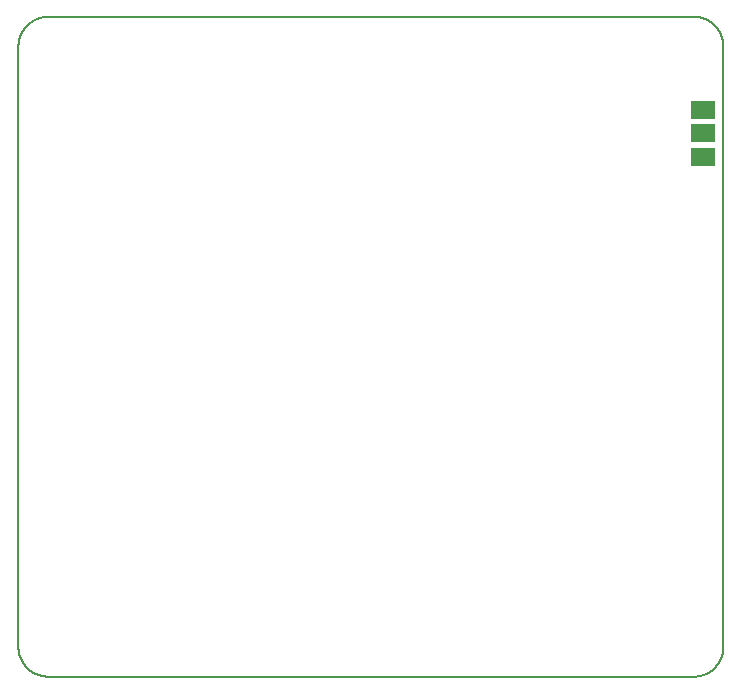
<source format=gbp>
G75*
%MOIN*%
%OFA0B0*%
%FSLAX25Y25*%
%IPPOS*%
%LPD*%
%AMOC8*
5,1,8,0,0,1.08239X$1,22.5*
%
%ADD10C,0.00500*%
%ADD11R,0.07874X0.05906*%
D10*
X0062524Y0033933D02*
X0062524Y0233933D01*
X0062527Y0234175D01*
X0062536Y0234416D01*
X0062550Y0234657D01*
X0062571Y0234898D01*
X0062597Y0235138D01*
X0062629Y0235378D01*
X0062667Y0235617D01*
X0062710Y0235854D01*
X0062760Y0236091D01*
X0062815Y0236326D01*
X0062875Y0236560D01*
X0062942Y0236792D01*
X0063013Y0237023D01*
X0063091Y0237252D01*
X0063174Y0237479D01*
X0063262Y0237704D01*
X0063356Y0237927D01*
X0063455Y0238147D01*
X0063560Y0238365D01*
X0063669Y0238580D01*
X0063784Y0238793D01*
X0063904Y0239003D01*
X0064029Y0239209D01*
X0064159Y0239413D01*
X0064294Y0239614D01*
X0064434Y0239811D01*
X0064578Y0240005D01*
X0064727Y0240195D01*
X0064881Y0240381D01*
X0065039Y0240564D01*
X0065201Y0240743D01*
X0065368Y0240918D01*
X0065539Y0241089D01*
X0065714Y0241256D01*
X0065893Y0241418D01*
X0066076Y0241576D01*
X0066262Y0241730D01*
X0066452Y0241879D01*
X0066646Y0242023D01*
X0066843Y0242163D01*
X0067044Y0242298D01*
X0067248Y0242428D01*
X0067454Y0242553D01*
X0067664Y0242673D01*
X0067877Y0242788D01*
X0068092Y0242897D01*
X0068310Y0243002D01*
X0068530Y0243101D01*
X0068753Y0243195D01*
X0068978Y0243283D01*
X0069205Y0243366D01*
X0069434Y0243444D01*
X0069665Y0243515D01*
X0069897Y0243582D01*
X0070131Y0243642D01*
X0070366Y0243697D01*
X0070603Y0243747D01*
X0070840Y0243790D01*
X0071079Y0243828D01*
X0071319Y0243860D01*
X0071559Y0243886D01*
X0071800Y0243907D01*
X0072041Y0243921D01*
X0072282Y0243930D01*
X0072524Y0243933D01*
X0287524Y0243933D01*
X0287766Y0243930D01*
X0288007Y0243921D01*
X0288248Y0243907D01*
X0288489Y0243886D01*
X0288729Y0243860D01*
X0288969Y0243828D01*
X0289208Y0243790D01*
X0289445Y0243747D01*
X0289682Y0243697D01*
X0289917Y0243642D01*
X0290151Y0243582D01*
X0290383Y0243515D01*
X0290614Y0243444D01*
X0290843Y0243366D01*
X0291070Y0243283D01*
X0291295Y0243195D01*
X0291518Y0243101D01*
X0291738Y0243002D01*
X0291956Y0242897D01*
X0292171Y0242788D01*
X0292384Y0242673D01*
X0292594Y0242553D01*
X0292800Y0242428D01*
X0293004Y0242298D01*
X0293205Y0242163D01*
X0293402Y0242023D01*
X0293596Y0241879D01*
X0293786Y0241730D01*
X0293972Y0241576D01*
X0294155Y0241418D01*
X0294334Y0241256D01*
X0294509Y0241089D01*
X0294680Y0240918D01*
X0294847Y0240743D01*
X0295009Y0240564D01*
X0295167Y0240381D01*
X0295321Y0240195D01*
X0295470Y0240005D01*
X0295614Y0239811D01*
X0295754Y0239614D01*
X0295889Y0239413D01*
X0296019Y0239209D01*
X0296144Y0239003D01*
X0296264Y0238793D01*
X0296379Y0238580D01*
X0296488Y0238365D01*
X0296593Y0238147D01*
X0296692Y0237927D01*
X0296786Y0237704D01*
X0296874Y0237479D01*
X0296957Y0237252D01*
X0297035Y0237023D01*
X0297106Y0236792D01*
X0297173Y0236560D01*
X0297233Y0236326D01*
X0297288Y0236091D01*
X0297338Y0235854D01*
X0297381Y0235617D01*
X0297419Y0235378D01*
X0297451Y0235138D01*
X0297477Y0234898D01*
X0297498Y0234657D01*
X0297512Y0234416D01*
X0297521Y0234175D01*
X0297524Y0233933D01*
X0297524Y0033933D01*
X0297521Y0033691D01*
X0297512Y0033450D01*
X0297498Y0033209D01*
X0297477Y0032968D01*
X0297451Y0032728D01*
X0297419Y0032488D01*
X0297381Y0032249D01*
X0297338Y0032012D01*
X0297288Y0031775D01*
X0297233Y0031540D01*
X0297173Y0031306D01*
X0297106Y0031074D01*
X0297035Y0030843D01*
X0296957Y0030614D01*
X0296874Y0030387D01*
X0296786Y0030162D01*
X0296692Y0029939D01*
X0296593Y0029719D01*
X0296488Y0029501D01*
X0296379Y0029286D01*
X0296264Y0029073D01*
X0296144Y0028863D01*
X0296019Y0028657D01*
X0295889Y0028453D01*
X0295754Y0028252D01*
X0295614Y0028055D01*
X0295470Y0027861D01*
X0295321Y0027671D01*
X0295167Y0027485D01*
X0295009Y0027302D01*
X0294847Y0027123D01*
X0294680Y0026948D01*
X0294509Y0026777D01*
X0294334Y0026610D01*
X0294155Y0026448D01*
X0293972Y0026290D01*
X0293786Y0026136D01*
X0293596Y0025987D01*
X0293402Y0025843D01*
X0293205Y0025703D01*
X0293004Y0025568D01*
X0292800Y0025438D01*
X0292594Y0025313D01*
X0292384Y0025193D01*
X0292171Y0025078D01*
X0291956Y0024969D01*
X0291738Y0024864D01*
X0291518Y0024765D01*
X0291295Y0024671D01*
X0291070Y0024583D01*
X0290843Y0024500D01*
X0290614Y0024422D01*
X0290383Y0024351D01*
X0290151Y0024284D01*
X0289917Y0024224D01*
X0289682Y0024169D01*
X0289445Y0024119D01*
X0289208Y0024076D01*
X0288969Y0024038D01*
X0288729Y0024006D01*
X0288489Y0023980D01*
X0288248Y0023959D01*
X0288007Y0023945D01*
X0287766Y0023936D01*
X0287524Y0023933D01*
X0072524Y0023933D01*
X0072282Y0023936D01*
X0072041Y0023945D01*
X0071800Y0023959D01*
X0071559Y0023980D01*
X0071319Y0024006D01*
X0071079Y0024038D01*
X0070840Y0024076D01*
X0070603Y0024119D01*
X0070366Y0024169D01*
X0070131Y0024224D01*
X0069897Y0024284D01*
X0069665Y0024351D01*
X0069434Y0024422D01*
X0069205Y0024500D01*
X0068978Y0024583D01*
X0068753Y0024671D01*
X0068530Y0024765D01*
X0068310Y0024864D01*
X0068092Y0024969D01*
X0067877Y0025078D01*
X0067664Y0025193D01*
X0067454Y0025313D01*
X0067248Y0025438D01*
X0067044Y0025568D01*
X0066843Y0025703D01*
X0066646Y0025843D01*
X0066452Y0025987D01*
X0066262Y0026136D01*
X0066076Y0026290D01*
X0065893Y0026448D01*
X0065714Y0026610D01*
X0065539Y0026777D01*
X0065368Y0026948D01*
X0065201Y0027123D01*
X0065039Y0027302D01*
X0064881Y0027485D01*
X0064727Y0027671D01*
X0064578Y0027861D01*
X0064434Y0028055D01*
X0064294Y0028252D01*
X0064159Y0028453D01*
X0064029Y0028657D01*
X0063904Y0028863D01*
X0063784Y0029073D01*
X0063669Y0029286D01*
X0063560Y0029501D01*
X0063455Y0029719D01*
X0063356Y0029939D01*
X0063262Y0030162D01*
X0063174Y0030387D01*
X0063091Y0030614D01*
X0063013Y0030843D01*
X0062942Y0031074D01*
X0062875Y0031306D01*
X0062815Y0031540D01*
X0062760Y0031775D01*
X0062710Y0032012D01*
X0062667Y0032249D01*
X0062629Y0032488D01*
X0062597Y0032728D01*
X0062571Y0032968D01*
X0062550Y0033209D01*
X0062536Y0033450D01*
X0062527Y0033691D01*
X0062524Y0033933D01*
D11*
X0290870Y0197161D03*
X0290870Y0205035D03*
X0290870Y0212909D03*
M02*

</source>
